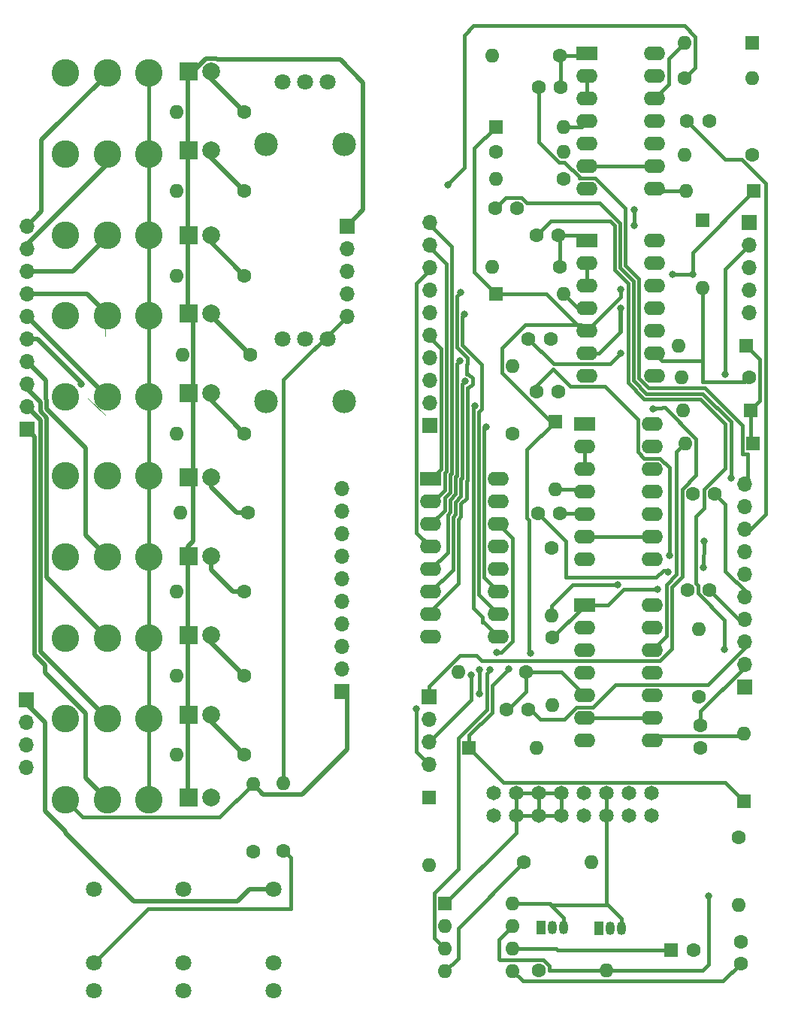
<source format=gbr>
%TF.GenerationSoftware,KiCad,Pcbnew,7.0.9-7.0.9~ubuntu22.04.1*%
%TF.CreationDate,2024-01-18T19:04:47-05:00*%
%TF.ProjectId,deca-ring-counter,64656361-2d72-4696-9e67-2d636f756e74,rev?*%
%TF.SameCoordinates,Original*%
%TF.FileFunction,Copper,L1,Top*%
%TF.FilePolarity,Positive*%
%FSLAX46Y46*%
G04 Gerber Fmt 4.6, Leading zero omitted, Abs format (unit mm)*
G04 Created by KiCad (PCBNEW 7.0.9-7.0.9~ubuntu22.04.1) date 2024-01-18 19:04:47*
%MOMM*%
%LPD*%
G01*
G04 APERTURE LIST*
%TA.AperFunction,ComponentPad*%
%ADD10R,1.050000X1.500000*%
%TD*%
%TA.AperFunction,ComponentPad*%
%ADD11O,1.050000X1.500000*%
%TD*%
%TA.AperFunction,ComponentPad*%
%ADD12C,1.600000*%
%TD*%
%TA.AperFunction,ComponentPad*%
%ADD13O,1.600000X1.600000*%
%TD*%
%TA.AperFunction,ComponentPad*%
%ADD14C,2.000000*%
%TD*%
%TA.AperFunction,ComponentPad*%
%ADD15R,2.000000X2.000000*%
%TD*%
%TA.AperFunction,ComponentPad*%
%ADD16R,1.600000X1.600000*%
%TD*%
%TA.AperFunction,ComponentPad*%
%ADD17C,1.800000*%
%TD*%
%TA.AperFunction,ComponentPad*%
%ADD18C,3.100000*%
%TD*%
%TA.AperFunction,ComponentPad*%
%ADD19R,1.700000X1.700000*%
%TD*%
%TA.AperFunction,ComponentPad*%
%ADD20O,1.700000X1.700000*%
%TD*%
%TA.AperFunction,ComponentPad*%
%ADD21R,2.400000X1.600000*%
%TD*%
%TA.AperFunction,ComponentPad*%
%ADD22O,2.400000X1.600000*%
%TD*%
%TA.AperFunction,ComponentPad*%
%ADD23C,2.667000*%
%TD*%
%TA.AperFunction,ComponentPad*%
%ADD24C,1.803400*%
%TD*%
%TA.AperFunction,ComponentPad*%
%ADD25C,1.651000*%
%TD*%
%TA.AperFunction,ViaPad*%
%ADD26C,0.800000*%
%TD*%
%TA.AperFunction,Conductor*%
%ADD27C,0.400000*%
%TD*%
%TA.AperFunction,Conductor*%
%ADD28C,0.500000*%
%TD*%
%TA.AperFunction,Conductor*%
%ADD29C,0.000000*%
%TD*%
G04 APERTURE END LIST*
D10*
%TO.P,Q2,1,C*%
%TO.N,/Circuit panel/trigger reset*%
X144730000Y-141060000D03*
D11*
%TO.P,Q2,2,B*%
%TO.N,/Circuit panel/reset in*%
X146000000Y-141060000D03*
%TO.P,Q2,3,E*%
%TO.N,+5V*%
X147270000Y-141060000D03*
%TD*%
D12*
%TO.P,R8,1*%
%TO.N,Net-(D11-K)*%
X136290000Y-133600000D03*
D13*
%TO.P,R8,2*%
%TO.N,GND*%
X143910000Y-133600000D03*
%TD*%
D12*
%TO.P,R6,1*%
%TO.N,Net-(U6E-I)*%
X162000000Y-53900000D03*
D13*
%TO.P,R6,2*%
%TO.N,GND*%
X154380000Y-53900000D03*
%TD*%
D12*
%TO.P,C8,1*%
%TO.N,Net-(D22-A)*%
X136793000Y-74616000D03*
%TO.P,C8,2*%
%TO.N,GND*%
X139293000Y-74616000D03*
%TD*%
D14*
%TO.P,D20,2,A*%
%TO.N,Net-(D20-A)*%
X101055000Y-116995000D03*
D15*
%TO.P,D20,1,K*%
%TO.N,/Front Panel/Ground*%
X98515000Y-116995000D03*
%TD*%
D16*
%TO.P,D5,1,K*%
%TO.N,Net-(D1-K)*%
X161810000Y-82700000D03*
D13*
%TO.P,D5,2,A*%
%TO.N,Net-(D5-A)*%
X154190000Y-82700000D03*
%TD*%
D12*
%TO.P,R7,1*%
%TO.N,Net-(U3A-I)*%
X140349000Y-66488000D03*
D13*
%TO.P,R7,2*%
%TO.N,GND*%
X132729000Y-66488000D03*
%TD*%
D16*
%TO.P,D22,1,K*%
%TO.N,Net-(D22-K)*%
X156400000Y-61300000D03*
D13*
%TO.P,D22,2,A*%
%TO.N,Net-(D22-A)*%
X156400000Y-68920000D03*
%TD*%
D12*
%TO.P,C12,1*%
%TO.N,Net-(U8C-I)*%
X140350000Y-94300000D03*
%TO.P,C12,2*%
%TO.N,/Circuit panel/trigger step 5*%
X137850000Y-94300000D03*
%TD*%
D13*
%TO.P,R22,2*%
%TO.N,/Front Panel/Trigger_9*%
X97158860Y-121514000D03*
D12*
%TO.P,R22,1*%
%TO.N,Net-(D20-A)*%
X104778860Y-121514000D03*
%TD*%
D17*
%TO.P,J1,3*%
%TO.N,/Front Panel/clock in*%
X87810000Y-136657000D03*
%TO.P,J1,2*%
%TO.N,Net-(J1-Pad2)*%
X87810000Y-144957000D03*
%TO.P,J1,1*%
%TO.N,/Front Panel/Ground*%
X87810000Y-148057000D03*
%TD*%
D16*
%TO.P,D11,1,K*%
%TO.N,Net-(D11-K)*%
X125600000Y-126290000D03*
D13*
%TO.P,D11,2,A*%
%TO.N,Net-(D11-A)*%
X125600000Y-133910000D03*
%TD*%
D14*
%TO.P,D15,2,A*%
%TO.N,Net-(D15-A)*%
X101055000Y-71811252D03*
D15*
%TO.P,D15,1,K*%
%TO.N,/Front Panel/Ground*%
X98515000Y-71811252D03*
%TD*%
D13*
%TO.P,R19,2*%
%TO.N,/Front Panel/Trigger_6*%
X97569000Y-94209000D03*
D12*
%TO.P,R19,1*%
%TO.N,Net-(D17-A)*%
X105189000Y-94209000D03*
%TD*%
D13*
%TO.P,R20,2*%
%TO.N,/Front Panel/Trigger_7*%
X97158860Y-103099000D03*
D12*
%TO.P,R20,1*%
%TO.N,Net-(D18-A)*%
X104778860Y-103099000D03*
%TD*%
D16*
%TO.P,D7,1,K*%
%TO.N,Net-(D1-K)*%
X130090000Y-120700000D03*
D13*
%TO.P,D7,2,A*%
%TO.N,Net-(D7-A)*%
X137710000Y-120700000D03*
%TD*%
D18*
%TO.P,SW4,3,C*%
%TO.N,/Front Panel/Reset Trigger*%
X94058860Y-72057000D03*
%TO.P,SW4,2,B*%
%TO.N,/Front Panel/Step_4*%
X89358860Y-72057000D03*
%TO.P,SW4,1,A*%
%TO.N,/Front Panel/Trigger_4*%
X84658860Y-72057000D03*
%TD*%
%TO.P,SW1,3,C*%
%TO.N,/Front Panel/Reset Trigger*%
X94058860Y-44679000D03*
%TO.P,SW1,2,B*%
%TO.N,/Front Panel/Step_1*%
X89358860Y-44679000D03*
%TO.P,SW1,1,A*%
%TO.N,/Front Panel/Trigger_1*%
X84658860Y-44679000D03*
%TD*%
D14*
%TO.P,D12,2,A*%
%TO.N,Net-(D12-A)*%
X101055000Y-44527000D03*
D15*
%TO.P,D12,1,K*%
%TO.N,/Front Panel/Ground*%
X98515000Y-44527000D03*
%TD*%
D16*
%TO.P,D10,1,K*%
%TO.N,Net-(D1-K)*%
X133110000Y-69536000D03*
D13*
%TO.P,D10,2,A*%
%TO.N,Net-(D10-A)*%
X140730000Y-69536000D03*
%TD*%
D14*
%TO.P,D19,2,A*%
%TO.N,Net-(D19-A)*%
X101055000Y-108027000D03*
D15*
%TO.P,D19,1,K*%
%TO.N,/Front Panel/Ground*%
X98515000Y-108027000D03*
%TD*%
D17*
%TO.P,J2,3*%
%TO.N,/Front Panel/Reset In*%
X97960000Y-136657000D03*
%TO.P,J2,2*%
%TO.N,unconnected-(J2-Pad2)*%
X97960000Y-144957000D03*
%TO.P,J2,1*%
%TO.N,/Front Panel/Ground*%
X97960000Y-148057000D03*
%TD*%
D12*
%TO.P,R2,1*%
%TO.N,Net-(U6A-I)*%
X140310000Y-42700000D03*
D13*
%TO.P,R2,2*%
%TO.N,GND*%
X132690000Y-42700000D03*
%TD*%
D19*
%TO.P,J5,1,Pin_1*%
%TO.N,/Circuit panel/gate_out*%
X125590000Y-114927531D03*
D20*
%TO.P,J5,2,Pin_2*%
%TO.N,/Circuit panel/trigger reset*%
X125590000Y-117467531D03*
%TO.P,J5,3,Pin_3*%
%TO.N,/Circuit panel/reset in*%
X125590000Y-120007531D03*
%TO.P,J5,4,Pin_4*%
%TO.N,/Circuit panel/clock in*%
X125590000Y-122547531D03*
%TD*%
D18*
%TO.P,SW8,3,C*%
%TO.N,/Front Panel/Reset Trigger*%
X94058860Y-108319500D03*
%TO.P,SW8,2,B*%
%TO.N,/Front Panel/Step_8*%
X89358860Y-108319500D03*
%TO.P,SW8,1,A*%
%TO.N,/Front Panel/Trigger_8*%
X84658860Y-108319500D03*
%TD*%
D21*
%TO.P,U3,1,I*%
%TO.N,Net-(U3A-I)*%
X143400000Y-63560000D03*
D22*
%TO.P,U3,2,O*%
%TO.N,Net-(U3A-O)*%
X143400000Y-66100000D03*
%TO.P,U3,3,I*%
X143400000Y-68640000D03*
%TO.P,U3,4,O*%
%TO.N,Net-(D10-A)*%
X143400000Y-71180000D03*
%TO.P,U3,5,I*%
%TO.N,Net-(D1-K)*%
X143400000Y-73720000D03*
%TO.P,U3,6,O*%
%TO.N,Net-(D22-K)*%
X143400000Y-76260000D03*
%TO.P,U3,7,VSS*%
%TO.N,+5V*%
X143400000Y-78800000D03*
%TO.P,U3,8,O*%
%TO.N,/Circuit panel/gate_out*%
X151020000Y-78800000D03*
%TO.P,U3,9,I*%
%TO.N,Net-(D22-A)*%
X151020000Y-76260000D03*
%TO.P,U3,10*%
%TO.N,N/C*%
X151020000Y-73720000D03*
%TO.P,U3,11*%
X151020000Y-71180000D03*
%TO.P,U3,12*%
X151020000Y-68640000D03*
%TO.P,U3,13*%
X151020000Y-66100000D03*
%TO.P,U3,14,VDD*%
%TO.N,GND*%
X151020000Y-63560000D03*
%TD*%
D19*
%TO.P,J10,1,Pin_1*%
%TO.N,/Circuit panel/trigger step 10*%
X161180000Y-113891643D03*
D20*
%TO.P,J10,2,Pin_2*%
%TO.N,/Circuit panel/trigger step 9*%
X161180000Y-111351643D03*
%TO.P,J10,3,Pin_3*%
%TO.N,/Circuit panel/trigger step 8*%
X161180000Y-108811643D03*
%TO.P,J10,4,Pin_4*%
%TO.N,/Circuit panel/trigger step 7*%
X161180000Y-106271643D03*
%TO.P,J10,5,Pin_5*%
%TO.N,/Circuit panel/trigger step 6*%
X161180000Y-103731643D03*
%TO.P,J10,6,Pin_6*%
%TO.N,/Circuit panel/trigger step 5*%
X161180000Y-101191643D03*
%TO.P,J10,7,Pin_7*%
%TO.N,/Circuit panel/trigger step 4*%
X161180000Y-98651643D03*
%TO.P,J10,8,Pin_8*%
%TO.N,/Circuit panel/trigger step 3*%
X161180000Y-96111643D03*
%TO.P,J10,9,Pin_9*%
%TO.N,/Circuit panel/trigger step 2*%
X161180000Y-93571643D03*
%TO.P,J10,10,Pin_10*%
%TO.N,/Circuit panel/trigger step 1*%
X161180000Y-91031643D03*
%TD*%
D12*
%TO.P,C3,1*%
%TO.N,Net-(U1E-I)*%
X156200000Y-120700000D03*
%TO.P,C3,2*%
%TO.N,/Circuit panel/trigger step 9*%
X156200000Y-118200000D03*
%TD*%
D14*
%TO.P,D18,2,A*%
%TO.N,Net-(D18-A)*%
X101055000Y-99137000D03*
D15*
%TO.P,D18,1,K*%
%TO.N,/Front Panel/Ground*%
X98515000Y-99137000D03*
%TD*%
D12*
%TO.P,C2,1*%
%TO.N,Net-(U6A-I)*%
X140434000Y-46312000D03*
%TO.P,C2,2*%
%TO.N,/Circuit panel/trigger step 1*%
X137934000Y-46312000D03*
%TD*%
D13*
%TO.P,R23,2*%
%TO.N,/Front Panel/Trigger_10*%
X105758860Y-124769000D03*
D12*
%TO.P,R23,1*%
%TO.N,Net-(D21-A)*%
X105758860Y-132389000D03*
%TD*%
D19*
%TO.P,J8,1,Pin_1*%
%TO.N,/Circuit panel/step 10*%
X125700000Y-84371643D03*
D20*
%TO.P,J8,2,Pin_2*%
%TO.N,/Circuit panel/step 9*%
X125700000Y-81831643D03*
%TO.P,J8,3,Pin_3*%
%TO.N,/Circuit panel/step 8*%
X125700000Y-79291643D03*
%TO.P,J8,4,Pin_4*%
%TO.N,/Circuit panel/step 7*%
X125700000Y-76751643D03*
%TO.P,J8,5,Pin_5*%
%TO.N,/Circuit panel/step 6*%
X125700000Y-74211643D03*
%TO.P,J8,6,Pin_6*%
%TO.N,/Circuit panel/step 5*%
X125700000Y-71671643D03*
%TO.P,J8,7,Pin_7*%
%TO.N,/Circuit panel/step 4*%
X125700000Y-69131643D03*
%TO.P,J8,8,Pin_8*%
%TO.N,/Circuit panel/step 3*%
X125700000Y-66591643D03*
%TO.P,J8,9,Pin_9*%
%TO.N,/Circuit panel/step 2*%
X125700000Y-64051643D03*
%TO.P,J8,10,Pin_10*%
%TO.N,/Circuit panel/step 1*%
X125700000Y-61511643D03*
%TD*%
D16*
%TO.P,D2,1,K*%
%TO.N,Net-(D1-K)*%
X162210000Y-58000000D03*
D13*
%TO.P,D2,2,A*%
%TO.N,Net-(D2-A)*%
X154590000Y-58000000D03*
%TD*%
D16*
%TO.P,D1,1,K*%
%TO.N,Net-(D1-K)*%
X133110000Y-50740000D03*
D13*
%TO.P,D1,2,A*%
%TO.N,Net-(D1-A)*%
X140730000Y-50740000D03*
%TD*%
D18*
%TO.P,SW6,3,C*%
%TO.N,/Front Panel/Reset Trigger*%
X94058860Y-90067500D03*
%TO.P,SW6,2,B*%
%TO.N,/Front Panel/Step_6*%
X89358860Y-90067500D03*
%TO.P,SW6,1,A*%
%TO.N,/Front Panel/Trigger_6*%
X84658860Y-90067500D03*
%TD*%
D12*
%TO.P,C4,1*%
%TO.N,Net-(U6C-I)*%
X135534000Y-59962000D03*
%TO.P,C4,2*%
%TO.N,/Circuit panel/trigger step 2*%
X133034000Y-59962000D03*
%TD*%
D18*
%TO.P,SW3,3,C*%
%TO.N,/Front Panel/Reset Trigger*%
X94058860Y-62931000D03*
%TO.P,SW3,2,B*%
%TO.N,/Front Panel/Step_3*%
X89358860Y-62931000D03*
%TO.P,SW3,1,A*%
%TO.N,/Front Panel/Trigger_3*%
X84658860Y-62931000D03*
%TD*%
D13*
%TO.P,R15,2*%
%TO.N,/Front Panel/Trigger_2*%
X97158860Y-58014000D03*
D12*
%TO.P,R15,1*%
%TO.N,Net-(D13-A)*%
X104778860Y-58014000D03*
%TD*%
D13*
%TO.P,R16,2*%
%TO.N,/Front Panel/Trigger_3*%
X97158860Y-67539000D03*
D12*
%TO.P,R16,1*%
%TO.N,Net-(D14-A)*%
X104778860Y-67539000D03*
%TD*%
D14*
%TO.P,D17,2,A*%
%TO.N,Net-(D17-A)*%
X101055000Y-90247000D03*
D15*
%TO.P,D17,1,K*%
%TO.N,/Front Panel/Ground*%
X98515000Y-90247000D03*
%TD*%
D18*
%TO.P,SW7,3,C*%
%TO.N,/Front Panel/Reset Trigger*%
X94058860Y-99193500D03*
%TO.P,SW7,2,B*%
%TO.N,/Front Panel/Step_7*%
X89358860Y-99193500D03*
%TO.P,SW7,1,A*%
%TO.N,/Front Panel/Trigger_7*%
X84658860Y-99193500D03*
%TD*%
D16*
%TO.P,U4,1,GND*%
%TO.N,GND*%
X127420000Y-138247531D03*
D13*
%TO.P,U4,2,TR*%
%TO.N,/Circuit panel/clock rate 2*%
X127420000Y-140787531D03*
%TO.P,U4,3,Q*%
%TO.N,Net-(U2-CLK)*%
X127420000Y-143327531D03*
%TO.P,U4,4,R*%
%TO.N,Net-(D11-K)*%
X127420000Y-145867531D03*
%TO.P,U4,5,CV*%
%TO.N,Net-(U4-CV)*%
X135040000Y-145867531D03*
%TO.P,U4,6,THR*%
%TO.N,/Circuit panel/clock rate 2*%
X135040000Y-143327531D03*
%TO.P,U4,7,DIS*%
%TO.N,/Circuit panel/clock rate 1*%
X135040000Y-140787531D03*
%TO.P,U4,8,VCC*%
%TO.N,+5V*%
X135040000Y-138247531D03*
%TD*%
D17*
%TO.P,J3,3*%
%TO.N,/Front Panel/Gate out*%
X108110000Y-136657000D03*
%TO.P,J3,2*%
%TO.N,unconnected-(J3-Pad2)*%
X108110000Y-144957000D03*
%TO.P,J3,1*%
%TO.N,/Front Panel/Ground*%
X108110000Y-148057000D03*
%TD*%
D18*
%TO.P,SW9,3,C*%
%TO.N,/Front Panel/Reset Trigger*%
X94058860Y-117445500D03*
%TO.P,SW9,2,B*%
%TO.N,/Front Panel/Step_9*%
X89358860Y-117445500D03*
%TO.P,SW9,1,A*%
%TO.N,/Front Panel/Trigger_9*%
X84658860Y-117445500D03*
%TD*%
D23*
%TO.P,RV2,5*%
%TO.N,N/C*%
X107255000Y-52729000D03*
%TO.P,RV2,4*%
X116043400Y-52729000D03*
D24*
%TO.P,RV2,3,3*%
%TO.N,unconnected-(RV2-Pad3)*%
X109109200Y-45718600D03*
%TO.P,RV2,2,2*%
%TO.N,/Front Panel/clock rate 2*%
X111649200Y-45718600D03*
%TO.P,RV2,1,1*%
%TO.N,/Front Panel/clock rate 1*%
X114189200Y-45718600D03*
%TD*%
D12*
%TO.P,C10,1*%
%TO.N,Net-(U8A-I)*%
X140184000Y-80612000D03*
%TO.P,C10,2*%
%TO.N,/Circuit panel/trigger step 4*%
X137684000Y-80612000D03*
%TD*%
D21*
%TO.P,U2,1,Q5*%
%TO.N,/Circuit panel/step 6*%
X125800000Y-90440000D03*
D22*
%TO.P,U2,2,Q1*%
%TO.N,/Circuit panel/step 2*%
X125800000Y-92980000D03*
%TO.P,U2,3,Q0*%
%TO.N,/Circuit panel/step 1*%
X125800000Y-95520000D03*
%TO.P,U2,4,Q2*%
%TO.N,/Circuit panel/step 3*%
X125800000Y-98060000D03*
%TO.P,U2,5,Q6*%
%TO.N,/Circuit panel/step 7*%
X125800000Y-100600000D03*
%TO.P,U2,6,Q7*%
%TO.N,/Circuit panel/step 8*%
X125800000Y-103140000D03*
%TO.P,U2,7,Q3*%
%TO.N,/Circuit panel/step 4*%
X125800000Y-105680000D03*
%TO.P,U2,8,VSS*%
%TO.N,GND*%
X125800000Y-108220000D03*
%TO.P,U2,9,Q8*%
%TO.N,/Circuit panel/step 9*%
X133420000Y-108220000D03*
%TO.P,U2,10,Q4*%
%TO.N,/Circuit panel/step 5*%
X133420000Y-105680000D03*
%TO.P,U2,11,Q9*%
%TO.N,/Circuit panel/step 10*%
X133420000Y-103140000D03*
%TO.P,U2,12,Cout*%
%TO.N,unconnected-(U2-Cout-Pad12)*%
X133420000Y-100600000D03*
%TO.P,U2,13,CKEN*%
%TO.N,GND*%
X133420000Y-98060000D03*
%TO.P,U2,14,CLK*%
%TO.N,Net-(U2-CLK)*%
X133420000Y-95520000D03*
%TO.P,U2,15,Reset*%
%TO.N,/Circuit panel/trigger reset*%
X133420000Y-92980000D03*
%TO.P,U2,16,VDD*%
%TO.N,+5V*%
X133420000Y-90440000D03*
%TD*%
D10*
%TO.P,Q1,1,C*%
%TO.N,Net-(D11-A)*%
X138230000Y-140960000D03*
D11*
%TO.P,Q1,2,B*%
%TO.N,/Circuit panel/clock in*%
X139500000Y-140960000D03*
%TO.P,Q1,3,E*%
%TO.N,+5V*%
X140770000Y-140960000D03*
%TD*%
D12*
%TO.P,C6,1*%
%TO.N,Net-(U6E-I)*%
X157150000Y-50100000D03*
%TO.P,C6,2*%
%TO.N,/Circuit panel/trigger step 3*%
X154650000Y-50100000D03*
%TD*%
%TO.P,R24,1*%
%TO.N,+5V*%
X137990000Y-145800000D03*
D13*
%TO.P,R24,2*%
%TO.N,/Circuit panel/clock rate 1*%
X145610000Y-145800000D03*
%TD*%
D12*
%TO.P,R3,1*%
%TO.N,Net-(U1E-I)*%
X156000000Y-114920000D03*
D13*
%TO.P,R3,2*%
%TO.N,GND*%
X156000000Y-107300000D03*
%TD*%
D18*
%TO.P,SW2,3,C*%
%TO.N,/Front Panel/Reset Trigger*%
X94058860Y-53805000D03*
%TO.P,SW2,2,B*%
%TO.N,/Front Panel/Step2*%
X89358860Y-53805000D03*
%TO.P,SW2,1,A*%
%TO.N,/Front Panel/Trigger_2*%
X84658860Y-53805000D03*
%TD*%
D12*
%TO.P,R1,1*%
%TO.N,Net-(U1A-I)*%
X139500000Y-108290000D03*
D13*
%TO.P,R1,2*%
%TO.N,GND*%
X139500000Y-115910000D03*
%TD*%
%TO.P,R14,2*%
%TO.N,/Front Panel/Trigger_1*%
X97158860Y-49124000D03*
D12*
%TO.P,R14,1*%
%TO.N,Net-(D12-A)*%
X104778860Y-49124000D03*
%TD*%
%TO.P,R13,1*%
%TO.N,/Circuit panel/reset in*%
X133110000Y-53534000D03*
D13*
%TO.P,R13,2*%
%TO.N,GND*%
X140730000Y-53534000D03*
%TD*%
D16*
%TO.P,D6,1,K*%
%TO.N,Net-(D1-K)*%
X161320000Y-75400000D03*
D13*
%TO.P,D6,2,A*%
%TO.N,Net-(D6-A)*%
X153700000Y-75400000D03*
%TD*%
%TO.P,R18,2*%
%TO.N,/Front Panel/Trigger_5*%
X97158860Y-85319000D03*
D12*
%TO.P,R18,1*%
%TO.N,Net-(D16-A)*%
X104778860Y-85319000D03*
%TD*%
%TO.P,R10,1*%
%TO.N,Net-(U8A-I)*%
X135034000Y-85362000D03*
D13*
%TO.P,R10,2*%
%TO.N,GND*%
X135034000Y-77742000D03*
%TD*%
D16*
%TO.P,D3,1,K*%
%TO.N,Net-(D1-K)*%
X162010000Y-41300000D03*
D13*
%TO.P,D3,2,A*%
%TO.N,Net-(D3-A)*%
X154390000Y-41300000D03*
%TD*%
D12*
%TO.P,R5,1*%
%TO.N,Net-(U1C-I)*%
X136510000Y-112200000D03*
D13*
%TO.P,R5,2*%
%TO.N,GND*%
X128890000Y-112200000D03*
%TD*%
D12*
%TO.P,R4,1*%
%TO.N,Net-(U6C-I)*%
X140754000Y-56582000D03*
D13*
%TO.P,R4,2*%
%TO.N,GND*%
X133134000Y-56582000D03*
%TD*%
D14*
%TO.P,D13,2,A*%
%TO.N,Net-(D13-A)*%
X101055000Y-53417000D03*
D15*
%TO.P,D13,1,K*%
%TO.N,/Front Panel/Ground*%
X98515000Y-53417000D03*
%TD*%
D12*
%TO.P,C7,1*%
%TO.N,Net-(U3A-I)*%
X140184000Y-63012000D03*
%TO.P,C7,2*%
%TO.N,/Circuit panel/trigger step 10*%
X137684000Y-63012000D03*
%TD*%
%TO.P,C13,1*%
%TO.N,Net-(U4-CV)*%
X160700000Y-145050000D03*
%TO.P,C13,2*%
%TO.N,GND*%
X160700000Y-142550000D03*
%TD*%
%TO.P,R25,1*%
%TO.N,Net-(D22-A)*%
X161700000Y-79000000D03*
D13*
%TO.P,R25,2*%
%TO.N,/Circuit panel/gate length*%
X154080000Y-79000000D03*
%TD*%
D14*
%TO.P,D14,2,A*%
%TO.N,Net-(D14-A)*%
X101055000Y-62942000D03*
D15*
%TO.P,D14,1,K*%
%TO.N,/Front Panel/Ground*%
X98515000Y-62942000D03*
%TD*%
D23*
%TO.P,RV1,5*%
%TO.N,N/C*%
X107255000Y-81685000D03*
%TO.P,RV1,4*%
X116043400Y-81685000D03*
D24*
%TO.P,RV1,3,3*%
%TO.N,unconnected-(RV1-Pad3)*%
X109109200Y-74674600D03*
%TO.P,RV1,2,2*%
%TO.N,/Front Panel/gate length*%
X111649200Y-74674600D03*
%TO.P,RV1,1,1*%
%TO.N,/Front Panel/5v*%
X114189200Y-74674600D03*
%TD*%
D13*
%TO.P,R26,2*%
%TO.N,/Front Panel/5v*%
X109188860Y-124685112D03*
D12*
%TO.P,R26,1*%
%TO.N,Net-(J1-Pad2)*%
X109188860Y-132305112D03*
%TD*%
D13*
%TO.P,R17,2*%
%TO.N,/Front Panel/Trigger_4*%
X97793860Y-76429000D03*
D12*
%TO.P,R17,1*%
%TO.N,Net-(D15-A)*%
X105413860Y-76429000D03*
%TD*%
D18*
%TO.P,SW5,3,C*%
%TO.N,/Front Panel/Reset Trigger*%
X94058860Y-81183000D03*
%TO.P,SW5,2,B*%
%TO.N,/Front Panel/Step_5*%
X89358860Y-81183000D03*
%TO.P,SW5,1,A*%
%TO.N,/Front Panel/Trigger_5*%
X84658860Y-81183000D03*
%TD*%
%TO.P,SW10,3,C*%
%TO.N,/Front Panel/Reset Trigger*%
X94058860Y-126571500D03*
%TO.P,SW10,2,B*%
%TO.N,/Front Panel/Step_10*%
X89358860Y-126571500D03*
%TO.P,SW10,1,A*%
%TO.N,/Front Panel/Trigger_10*%
X84658860Y-126571500D03*
%TD*%
D14*
%TO.P,D16,2,A*%
%TO.N,Net-(D16-A)*%
X101055000Y-80722000D03*
D15*
%TO.P,D16,1,K*%
%TO.N,/Front Panel/Ground*%
X98515000Y-80722000D03*
%TD*%
D19*
%TO.P,J9,1,Pin_1*%
%TO.N,GND*%
X161710000Y-61539531D03*
D20*
%TO.P,J9,2,Pin_2*%
%TO.N,/Circuit panel/clock rate 1*%
X161710000Y-64079531D03*
%TO.P,J9,3,Pin_3*%
%TO.N,/Circuit panel/clock rate 2*%
X161710000Y-66619531D03*
%TO.P,J9,4,Pin_4*%
%TO.N,/Circuit panel/gate length*%
X161710000Y-69159531D03*
%TO.P,J9,5,Pin_5*%
%TO.N,+5V*%
X161710000Y-71699531D03*
%TD*%
D16*
%TO.P,D8,1,K*%
%TO.N,Net-(D1-K)*%
X161100000Y-126700000D03*
D13*
%TO.P,D8,2,A*%
%TO.N,Net-(D8-A)*%
X161100000Y-119080000D03*
%TD*%
D12*
%TO.P,C5,1*%
%TO.N,Net-(U1C-I)*%
X134300000Y-116400000D03*
%TO.P,C5,2*%
%TO.N,/Circuit panel/trigger step 8*%
X136800000Y-116400000D03*
%TD*%
%TO.P,R12,1*%
%TO.N,Net-(U8C-I)*%
X139400000Y-98190000D03*
D13*
%TO.P,R12,2*%
%TO.N,GND*%
X139400000Y-105810000D03*
%TD*%
D12*
%TO.P,C11,1*%
%TO.N,Net-(U8E-I)*%
X155300000Y-92100000D03*
%TO.P,C11,2*%
%TO.N,/Circuit panel/trigger step 6*%
X157800000Y-92100000D03*
%TD*%
%TO.P,R11,1*%
%TO.N,Net-(U8E-I)*%
X160500000Y-130790000D03*
D13*
%TO.P,R11,2*%
%TO.N,GND*%
X160500000Y-138410000D03*
%TD*%
%TO.P,R21,2*%
%TO.N,/Front Panel/Trigger_8*%
X97158860Y-112624000D03*
D12*
%TO.P,R21,1*%
%TO.N,Net-(D19-A)*%
X104778860Y-112624000D03*
%TD*%
D16*
%TO.P,D4,1,K*%
%TO.N,Net-(D1-K)*%
X139820000Y-83930000D03*
D13*
%TO.P,D4,2,A*%
%TO.N,Net-(D4-A)*%
X139820000Y-91550000D03*
%TD*%
D21*
%TO.P,U1,1,I*%
%TO.N,Net-(U1A-I)*%
X143100000Y-104600000D03*
D22*
%TO.P,U1,2,O*%
%TO.N,Net-(U1A-O)*%
X143100000Y-107140000D03*
%TO.P,U1,3,I*%
X143100000Y-109680000D03*
%TO.P,U1,4,O*%
%TO.N,Net-(D7-A)*%
X143100000Y-112220000D03*
%TO.P,U1,5,I*%
%TO.N,Net-(U1C-I)*%
X143100000Y-114760000D03*
%TO.P,U1,6,O*%
%TO.N,Net-(U1C-O)*%
X143100000Y-117300000D03*
%TO.P,U1,7,VSS*%
%TO.N,+5V*%
X143100000Y-119840000D03*
%TO.P,U1,8,O*%
%TO.N,Net-(D8-A)*%
X150720000Y-119840000D03*
%TO.P,U1,9,I*%
%TO.N,Net-(U1C-O)*%
X150720000Y-117300000D03*
%TO.P,U1,10,O*%
%TO.N,Net-(U1E-O)*%
X150720000Y-114760000D03*
%TO.P,U1,11,I*%
%TO.N,Net-(U1E-I)*%
X150720000Y-112220000D03*
%TO.P,U1,12,O*%
%TO.N,Net-(D9-A)*%
X150720000Y-109680000D03*
%TO.P,U1,13,I*%
%TO.N,Net-(U1E-O)*%
X150720000Y-107140000D03*
%TO.P,U1,14,VDD*%
%TO.N,GND*%
X150720000Y-104600000D03*
%TD*%
D21*
%TO.P,U8,1,I*%
%TO.N,Net-(U8A-I)*%
X143100000Y-84200000D03*
D22*
%TO.P,U8,2,O*%
%TO.N,Net-(U8A-O)*%
X143100000Y-86740000D03*
%TO.P,U8,3,I*%
X143100000Y-89280000D03*
%TO.P,U8,4,O*%
%TO.N,Net-(D4-A)*%
X143100000Y-91820000D03*
%TO.P,U8,5,I*%
%TO.N,Net-(U8C-I)*%
X143100000Y-94360000D03*
%TO.P,U8,6,O*%
%TO.N,Net-(U8C-O)*%
X143100000Y-96900000D03*
%TO.P,U8,7,VSS*%
%TO.N,+5V*%
X143100000Y-99440000D03*
%TO.P,U8,8,O*%
%TO.N,Net-(D5-A)*%
X150720000Y-99440000D03*
%TO.P,U8,9,I*%
%TO.N,Net-(U8C-O)*%
X150720000Y-96900000D03*
%TO.P,U8,10,O*%
%TO.N,Net-(U8E-O)*%
X150720000Y-94360000D03*
%TO.P,U8,11,I*%
%TO.N,Net-(U8E-I)*%
X150720000Y-91820000D03*
%TO.P,U8,12,O*%
%TO.N,Net-(D6-A)*%
X150720000Y-89280000D03*
%TO.P,U8,13,I*%
%TO.N,Net-(U8E-O)*%
X150720000Y-86740000D03*
%TO.P,U8,14,VDD*%
%TO.N,GND*%
X150720000Y-84200000D03*
%TD*%
D12*
%TO.P,C1,1*%
%TO.N,Net-(U1A-I)*%
X154700000Y-102900000D03*
%TO.P,C1,2*%
%TO.N,/Circuit panel/trigger step 7*%
X157200000Y-102900000D03*
%TD*%
%TO.P,R9,1*%
%TO.N,/Circuit panel/clock in*%
X154400000Y-45300000D03*
D13*
%TO.P,R9,2*%
%TO.N,GND*%
X162020000Y-45300000D03*
%TD*%
D14*
%TO.P,D21,2,A*%
%TO.N,Net-(D21-A)*%
X101055000Y-126315000D03*
D15*
%TO.P,D21,1,K*%
%TO.N,/Front Panel/Ground*%
X98515000Y-126315000D03*
%TD*%
D21*
%TO.P,U6,1,I*%
%TO.N,Net-(U6A-I)*%
X143400000Y-42500000D03*
D22*
%TO.P,U6,2,O*%
%TO.N,Net-(U6A-O)*%
X143400000Y-45040000D03*
%TO.P,U6,3,I*%
X143400000Y-47580000D03*
%TO.P,U6,4,O*%
%TO.N,Net-(D1-A)*%
X143400000Y-50120000D03*
%TO.P,U6,5,I*%
%TO.N,Net-(U6C-I)*%
X143400000Y-52660000D03*
%TO.P,U6,6,O*%
%TO.N,Net-(U6C-O)*%
X143400000Y-55200000D03*
%TO.P,U6,7,VSS*%
%TO.N,+5V*%
X143400000Y-57740000D03*
%TO.P,U6,8,O*%
%TO.N,Net-(D2-A)*%
X151020000Y-57740000D03*
%TO.P,U6,9,I*%
%TO.N,Net-(U6C-O)*%
X151020000Y-55200000D03*
%TO.P,U6,10,O*%
%TO.N,Net-(U6E-O)*%
X151020000Y-52660000D03*
%TO.P,U6,11,I*%
%TO.N,Net-(U6E-I)*%
X151020000Y-50120000D03*
%TO.P,U6,12,O*%
%TO.N,Net-(D3-A)*%
X151020000Y-47580000D03*
%TO.P,U6,13,I*%
%TO.N,Net-(U6E-O)*%
X151020000Y-45040000D03*
%TO.P,U6,14,VDD*%
%TO.N,GND*%
X151020000Y-42500000D03*
%TD*%
D16*
%TO.P,D9,1,K*%
%TO.N,Net-(D1-K)*%
X162110000Y-86400000D03*
D13*
%TO.P,D9,2,A*%
%TO.N,Net-(D9-A)*%
X154490000Y-86400000D03*
%TD*%
D16*
%TO.P,C9,1*%
%TO.N,/Circuit panel/clock rate 2*%
X152900000Y-143500000D03*
D12*
%TO.P,C9,2*%
%TO.N,GND*%
X155400000Y-143500000D03*
%TD*%
D20*
%TO.P,J7,4,Pin_4*%
%TO.N,/Front Panel/clock in*%
X80218860Y-122941000D03*
%TO.P,J7,3,Pin_3*%
%TO.N,/Front Panel/Reset In*%
X80218860Y-120401000D03*
%TO.P,J7,2,Pin_2*%
%TO.N,/Front Panel/Reset Trigger*%
X80218860Y-117861000D03*
D19*
%TO.P,J7,1,Pin_1*%
%TO.N,/Front Panel/Gate out*%
X80218860Y-115321000D03*
%TD*%
D20*
%TO.P,J4,10,Pin_10*%
%TO.N,/Front Panel/Step_1*%
X80297000Y-61951000D03*
%TO.P,J4,9,Pin_9*%
%TO.N,/Front Panel/Step2*%
X80297000Y-64491000D03*
%TO.P,J4,8,Pin_8*%
%TO.N,/Front Panel/Step_3*%
X80297000Y-67031000D03*
%TO.P,J4,7,Pin_7*%
%TO.N,/Front Panel/Step_4*%
X80297000Y-69571000D03*
%TO.P,J4,6,Pin_6*%
%TO.N,/Front Panel/Step_5*%
X80297000Y-72111000D03*
%TO.P,J4,5,Pin_5*%
%TO.N,/Front Panel/Step_6*%
X80297000Y-74651000D03*
%TO.P,J4,4,Pin_4*%
%TO.N,/Front Panel/Step_7*%
X80297000Y-77191000D03*
%TO.P,J4,3,Pin_3*%
%TO.N,/Front Panel/Step_8*%
X80297000Y-79731000D03*
%TO.P,J4,2,Pin_2*%
%TO.N,/Front Panel/Step_9*%
X80297000Y-82271000D03*
D19*
%TO.P,J4,1,Pin_1*%
%TO.N,/Front Panel/Step_10*%
X80297000Y-84811000D03*
%TD*%
D20*
%TO.P,J11,10,Pin_10*%
%TO.N,/Front Panel/Trigger_1*%
X115808860Y-91471000D03*
%TO.P,J11,9,Pin_9*%
%TO.N,/Front Panel/Trigger_2*%
X115808860Y-94011000D03*
%TO.P,J11,8,Pin_8*%
%TO.N,/Front Panel/Trigger_3*%
X115808860Y-96551000D03*
%TO.P,J11,7,Pin_7*%
%TO.N,/Front Panel/Trigger_4*%
X115808860Y-99091000D03*
%TO.P,J11,6,Pin_6*%
%TO.N,/Front Panel/Trigger_5*%
X115808860Y-101631000D03*
%TO.P,J11,5,Pin_5*%
%TO.N,/Front Panel/Trigger_6*%
X115808860Y-104171000D03*
%TO.P,J11,4,Pin_4*%
%TO.N,/Front Panel/Trigger_7*%
X115808860Y-106711000D03*
%TO.P,J11,3,Pin_3*%
%TO.N,/Front Panel/Trigger_8*%
X115808860Y-109251000D03*
%TO.P,J11,2,Pin_2*%
%TO.N,/Front Panel/Trigger_9*%
X115808860Y-111791000D03*
D19*
%TO.P,J11,1,Pin_1*%
%TO.N,/Front Panel/Trigger_10*%
X115808860Y-114331000D03*
%TD*%
D20*
%TO.P,J6,5,Pin_5*%
%TO.N,/Front Panel/5v*%
X116338860Y-72093000D03*
%TO.P,J6,4,Pin_4*%
%TO.N,/Front Panel/gate length*%
X116338860Y-69553000D03*
%TO.P,J6,3,Pin_3*%
%TO.N,/Front Panel/clock rate 1*%
X116338860Y-67013000D03*
%TO.P,J6,2,Pin_2*%
%TO.N,/Front Panel/clock rate 2*%
X116338860Y-64473000D03*
D19*
%TO.P,J6,1,Pin_1*%
%TO.N,/Front Panel/Ground*%
X116338860Y-61933000D03*
%TD*%
D25*
%TO.P,H2,1,Gate*%
%TO.N,unconnected-(H2-Gate-Pad1)*%
X150660000Y-128340000D03*
%TO.P,H2,2,Gate*%
%TO.N,unconnected-(H2-Gate-Pad2)*%
X150660000Y-125800000D03*
%TO.P,H2,3,CV*%
%TO.N,unconnected-(H2-CV-Pad3)*%
X148120000Y-128340000D03*
%TO.P,H2,4,CV*%
%TO.N,unconnected-(H2-CV-Pad4)*%
X148120000Y-125800000D03*
%TO.P,H2,5,+5V*%
%TO.N,+5V*%
X145580000Y-128340000D03*
%TO.P,H2,6,+5v*%
X145580000Y-125800000D03*
%TO.P,H2,7,+12V*%
%TO.N,unconnected-(H2-+12V-Pad7)*%
X143040000Y-128340000D03*
%TO.P,H2,8,+12V*%
%TO.N,unconnected-(H2-+12V-Pad8)*%
X143040000Y-125800000D03*
%TO.P,H2,9,GND*%
%TO.N,GND*%
X140500000Y-128340000D03*
%TO.P,H2,10,GND*%
X140500000Y-125800000D03*
%TO.P,H2,11,GND*%
X137960000Y-128340000D03*
%TO.P,H2,12,GND*%
X137960000Y-125800000D03*
%TO.P,H2,13,GND*%
X135420000Y-128340000D03*
%TO.P,H2,14,GND*%
X135420000Y-125800000D03*
%TO.P,H2,15,-12V*%
%TO.N,unconnected-(H2--12V-Pad15)*%
X132880000Y-128340000D03*
%TO.P,H2,16,-12V*%
%TO.N,unconnected-(H2--12V-Pad16)*%
X132880000Y-125800000D03*
%TD*%
D26*
%TO.N,Net-(D1-K)*%
X155300000Y-67400000D03*
X147200500Y-69100000D03*
X134600000Y-111800000D03*
X153000000Y-67400000D03*
X137000000Y-110080500D03*
%TO.N,/Circuit panel/clock in*%
X127700000Y-57300000D03*
X124200000Y-116300000D03*
%TO.N,/Circuit panel/trigger reset*%
X131280000Y-111911643D03*
X131280000Y-114611643D03*
%TO.N,/Circuit panel/reset in*%
X130306154Y-112485489D03*
%TO.N,Net-(U2-CLK)*%
X132500000Y-111900000D03*
X133200000Y-110000000D03*
%TO.N,/Circuit panel/clock rate 1*%
X157100000Y-137400000D03*
X156500000Y-100400000D03*
X156600000Y-97400000D03*
X159000000Y-78600000D03*
%TO.N,Net-(U1A-I)*%
X151380000Y-102811643D03*
%TO.N,/Circuit panel/step 7*%
X129099500Y-77100000D03*
%TO.N,/Circuit panel/step 8*%
X129699500Y-79400000D03*
%TO.N,/Circuit panel/step 4*%
X129200000Y-69400000D03*
%TO.N,/Circuit panel/step 9*%
X130749500Y-82200000D03*
%TO.N,/Circuit panel/step 5*%
X129549500Y-71900000D03*
%TO.N,/Circuit panel/step 10*%
X132000000Y-84600000D03*
%TO.N,Net-(D22-A)*%
X147200000Y-76300000D03*
%TO.N,/Circuit panel/gate_out*%
X150800000Y-82500000D03*
%TO.N,/Circuit panel/trigger step 10*%
X158900000Y-109600000D03*
%TO.N,/Circuit panel/trigger step 4*%
X152700000Y-99000000D03*
%TO.N,/Circuit panel/trigger step 5*%
X152500000Y-100900000D03*
%TO.N,/Front Panel/Step_6*%
X86409524Y-79715562D03*
%TO.N,/Circuit panel/trigger step 2*%
X159600000Y-90300000D03*
%TO.N,GND*%
X148700000Y-60100000D03*
X148700000Y-61900000D03*
X146880000Y-102311643D03*
%TO.N,Net-(D22-K)*%
X147200500Y-71200000D03*
%TD*%
D27*
%TO.N,/Circuit panel/clock in*%
X154400000Y-45300000D02*
X155590000Y-44110000D01*
X155590000Y-44110000D02*
X155590000Y-40590000D01*
X155590000Y-40590000D02*
X154387531Y-39387531D01*
X154387531Y-39387531D02*
X130612469Y-39387531D01*
X130612469Y-39387531D02*
X129580000Y-40420000D01*
X129580000Y-40420000D02*
X129580000Y-55320000D01*
X129580000Y-55320000D02*
X127600000Y-57300000D01*
X127600000Y-57300000D02*
X127700000Y-57300000D01*
%TO.N,Net-(D1-K)*%
X143000000Y-73720000D02*
X138816000Y-69536000D01*
X155300000Y-67400000D02*
X155300000Y-64910000D01*
X133964500Y-124574500D02*
X158974500Y-124574500D01*
X136650000Y-94797057D02*
X136650000Y-87100000D01*
X142740000Y-73060000D02*
X143400000Y-73720000D01*
X158974500Y-124574500D02*
X161100000Y-126700000D01*
X138816000Y-69536000D02*
X133110000Y-69536000D01*
X132700000Y-113700000D02*
X134600000Y-111800000D01*
X136900000Y-109980500D02*
X136900000Y-95047057D01*
X161810000Y-86100000D02*
X162110000Y-86400000D01*
X136650000Y-87100000D02*
X139820000Y-83930000D01*
X130090000Y-120700000D02*
X133964500Y-124574500D01*
X133834000Y-78459057D02*
X133834000Y-75666000D01*
X147200500Y-69100000D02*
X147200500Y-69919500D01*
X139304943Y-83930000D02*
X133834000Y-78459057D01*
X130700000Y-67126000D02*
X133110000Y-69536000D01*
X130700000Y-53150000D02*
X130700000Y-67126000D01*
X143400000Y-73720000D02*
X143000000Y-73720000D01*
X136900000Y-95047057D02*
X136650000Y-94797057D01*
X134600000Y-111800000D02*
X134600000Y-111900000D01*
X136440000Y-73060000D02*
X142740000Y-73060000D01*
X132700000Y-116700000D02*
X132700000Y-113700000D01*
X161320000Y-75400000D02*
X162900000Y-76980000D01*
X153000000Y-67400000D02*
X155300000Y-67400000D01*
X162900000Y-76980000D02*
X162900000Y-81610000D01*
X161810000Y-82700000D02*
X161810000Y-86100000D01*
X133834000Y-75666000D02*
X136440000Y-73060000D01*
X130090000Y-119310000D02*
X132700000Y-116700000D01*
X137000000Y-110080500D02*
X136900000Y-109980500D01*
X139820000Y-83930000D02*
X139304943Y-83930000D01*
X162900000Y-81610000D02*
X161810000Y-82700000D01*
X130090000Y-120700000D02*
X130090000Y-119310000D01*
X147200500Y-69919500D02*
X143400000Y-73720000D01*
X133110000Y-50740000D02*
X130700000Y-53150000D01*
X155300000Y-64910000D02*
X162210000Y-58000000D01*
%TO.N,Net-(D1-A)*%
X142780000Y-50740000D02*
X143400000Y-50120000D01*
X140730000Y-50740000D02*
X142780000Y-50740000D01*
%TO.N,Net-(D2-A)*%
X151280000Y-58000000D02*
X151020000Y-57740000D01*
X154590000Y-58000000D02*
X151280000Y-58000000D01*
%TO.N,Net-(D3-A)*%
X152620000Y-45980000D02*
X151020000Y-47580000D01*
X152620000Y-43070000D02*
X152620000Y-45980000D01*
X154390000Y-41300000D02*
X152620000Y-43070000D01*
%TO.N,Net-(D4-A)*%
X139820000Y-91550000D02*
X142830000Y-91550000D01*
X142830000Y-91550000D02*
X143100000Y-91820000D01*
%TO.N,Net-(D8-A)*%
X161100000Y-119080000D02*
X160780000Y-119400000D01*
X160780000Y-119400000D02*
X151160000Y-119400000D01*
X151160000Y-119400000D02*
X150720000Y-119840000D01*
%TO.N,Net-(D9-A)*%
X153500000Y-87390000D02*
X153500000Y-101137258D01*
X154490000Y-86400000D02*
X153500000Y-87390000D01*
X152320000Y-102317258D02*
X152320000Y-108080000D01*
X153500000Y-101137258D02*
X152320000Y-102317258D01*
X152320000Y-108080000D02*
X150720000Y-109680000D01*
%TO.N,Net-(D10-A)*%
X143400000Y-71180000D02*
X142374000Y-71180000D01*
X142374000Y-71180000D02*
X140730000Y-69536000D01*
%TO.N,Net-(D11-K)*%
X136290000Y-133600000D02*
X128893839Y-140996161D01*
X128893839Y-140996161D02*
X128893839Y-144393692D01*
X128893839Y-144393692D02*
X127420000Y-145867531D01*
%TO.N,/Circuit panel/clock in*%
X127700000Y-57400000D02*
X127700000Y-57400000D01*
X124200000Y-121157531D02*
X125590000Y-122547531D01*
X124200000Y-116300000D02*
X124200000Y-121157531D01*
X127700000Y-57300000D02*
X127700000Y-57400000D01*
%TO.N,+5V*%
X147270000Y-141060000D02*
X147270000Y-139910000D01*
X145580000Y-128340000D02*
X145580000Y-125800000D01*
X140770000Y-139810000D02*
X140770000Y-140960000D01*
X135040000Y-138247531D02*
X139207531Y-138247531D01*
X139430000Y-138470000D02*
X140770000Y-139810000D01*
X145580000Y-138220000D02*
X145580000Y-128340000D01*
X145780000Y-138420000D02*
X145580000Y-138220000D01*
X139207531Y-138247531D02*
X139430000Y-138470000D01*
X145780000Y-138420000D02*
X139480000Y-138420000D01*
X147270000Y-139910000D02*
X145780000Y-138420000D01*
X139480000Y-138420000D02*
X139430000Y-138470000D01*
%TO.N,/Circuit panel/trigger reset*%
X131280000Y-114611643D02*
X131280000Y-111911643D01*
X131280000Y-111911643D02*
X131280000Y-111811643D01*
%TO.N,/Circuit panel/reset in*%
X130306154Y-115291377D02*
X125590000Y-120007531D01*
X130306154Y-112485489D02*
X130306154Y-115291377D01*
%TO.N,/Circuit panel/clock rate 2*%
X135040000Y-143327531D02*
X139935617Y-143327531D01*
X140108086Y-143500000D02*
X152900000Y-143500000D01*
X139935617Y-143327531D02*
X140108086Y-143500000D01*
%TO.N,Net-(U2-CLK)*%
X135020000Y-97120000D02*
X133420000Y-95520000D01*
X127420000Y-143327531D02*
X126220000Y-142127531D01*
X132500000Y-111900000D02*
X132400000Y-111900000D01*
X132100000Y-112300000D02*
X132500000Y-111900000D01*
X133737056Y-110000000D02*
X135020000Y-108717056D01*
X132100000Y-116400000D02*
X132100000Y-112300000D01*
X135020000Y-108717056D02*
X135020000Y-97120000D01*
X128890000Y-134377531D02*
X128890000Y-119610000D01*
X126220000Y-142127531D02*
X126220000Y-137047531D01*
X126220000Y-137047531D02*
X128890000Y-134377531D01*
X128890000Y-119610000D02*
X132100000Y-116400000D01*
X133200000Y-110000000D02*
X133737056Y-110000000D01*
%TO.N,Net-(U4-CV)*%
X136172469Y-147000000D02*
X158750000Y-147000000D01*
X135040000Y-145867531D02*
X136172469Y-147000000D01*
X158750000Y-147000000D02*
X160700000Y-145050000D01*
%TO.N,/Circuit panel/clock rate 1*%
X133500000Y-142327531D02*
X135040000Y-140787531D01*
X156400000Y-145800000D02*
X145610000Y-145800000D01*
X139190000Y-145302943D02*
X138487057Y-144600000D01*
X133600000Y-144600000D02*
X133500000Y-144500000D01*
X159000000Y-66789531D02*
X159000000Y-78600000D01*
X133500000Y-144500000D02*
X133500000Y-142327531D01*
X138487057Y-144600000D02*
X133600000Y-144600000D01*
X145610000Y-145800000D02*
X139190000Y-145800000D01*
X156500000Y-100400000D02*
X156600000Y-100300000D01*
X139190000Y-145800000D02*
X139190000Y-145302943D01*
X157100000Y-145100000D02*
X156400000Y-145800000D01*
X161710000Y-64079531D02*
X159000000Y-66789531D01*
X157100000Y-137400000D02*
X157100000Y-145100000D01*
X156600000Y-97400000D02*
X156500000Y-100400000D01*
%TO.N,Net-(U1A-I)*%
X147511371Y-102811643D02*
X151380000Y-102811643D01*
X145723014Y-104600000D02*
X147511371Y-102811643D01*
X143100000Y-104600000D02*
X145723014Y-104600000D01*
X143100000Y-104690000D02*
X143100000Y-104600000D01*
X139500000Y-108290000D02*
X143100000Y-104690000D01*
%TO.N,Net-(U1C-I)*%
X136510000Y-114390000D02*
X134500000Y-116400000D01*
X140540000Y-112200000D02*
X136510000Y-112200000D01*
X136510000Y-112200000D02*
X136510000Y-114390000D01*
X143100000Y-114760000D02*
X140540000Y-112200000D01*
%TO.N,Net-(U1C-O)*%
X143100000Y-117300000D02*
X150720000Y-117300000D01*
%TO.N,/Circuit panel/step 6*%
X126950000Y-89290000D02*
X126950000Y-75750000D01*
X126950000Y-75750000D02*
X125700000Y-74500000D01*
X125800000Y-90440000D02*
X126950000Y-89290000D01*
%TO.N,/Circuit panel/step 2*%
X126060000Y-92980000D02*
X127400000Y-91640000D01*
X125800000Y-92980000D02*
X126060000Y-92980000D01*
X127400000Y-89688528D02*
X127550000Y-89538528D01*
X127550000Y-66190000D02*
X125700000Y-64340000D01*
X127550000Y-89538528D02*
X127550000Y-66190000D01*
X127400000Y-91640000D02*
X127400000Y-89688528D01*
%TO.N,/Circuit panel/step 1*%
X127400000Y-92488528D02*
X128000000Y-91888528D01*
X125800000Y-95520000D02*
X127400000Y-93920000D01*
X127400000Y-93920000D02*
X127400000Y-92488528D01*
X128150000Y-89787056D02*
X128150000Y-64250000D01*
X128000000Y-91888528D02*
X128000000Y-89937056D01*
X128000000Y-89937056D02*
X128150000Y-89787056D01*
X128150000Y-64250000D02*
X125700000Y-61800000D01*
%TO.N,/Circuit panel/step 3*%
X125800000Y-98060000D02*
X124200000Y-96460000D01*
X124200000Y-96460000D02*
X124200000Y-68380000D01*
X124200000Y-68380000D02*
X125700000Y-66880000D01*
%TO.N,/Circuit panel/step 7*%
X128000000Y-92737056D02*
X128000000Y-94168528D01*
X128750000Y-77449500D02*
X128750000Y-90035584D01*
X127700000Y-94468528D02*
X127700000Y-98700000D01*
X127700000Y-98700000D02*
X125800000Y-100600000D01*
X128600000Y-92137056D02*
X128000000Y-92737056D01*
X128600000Y-90185584D02*
X128600000Y-92137056D01*
X128000000Y-94168528D02*
X127700000Y-94468528D01*
X128750000Y-90035584D02*
X128600000Y-90185584D01*
X129099500Y-77100000D02*
X128750000Y-77449500D01*
X129099500Y-77100000D02*
X129200000Y-77100000D01*
%TO.N,/Circuit panel/step 8*%
X129350000Y-90284112D02*
X129200000Y-90434112D01*
X128600000Y-94417056D02*
X128300000Y-94717056D01*
X129350000Y-79749500D02*
X129350000Y-90284112D01*
X129200000Y-90434112D02*
X129200000Y-92385584D01*
X128300000Y-94717056D02*
X128300000Y-100640000D01*
X128600000Y-92985584D02*
X128600000Y-94417056D01*
X129699500Y-79400000D02*
X129350000Y-79749500D01*
X129200000Y-92385584D02*
X128600000Y-92985584D01*
X128300000Y-100640000D02*
X125800000Y-103140000D01*
%TO.N,/Circuit panel/step 4*%
X129800000Y-77530871D02*
X129899500Y-77431371D01*
X129800000Y-90682640D02*
X129950000Y-90532640D01*
X125800000Y-105680000D02*
X125578528Y-105458528D01*
X125578528Y-105458528D02*
X128900000Y-102137056D01*
X129950000Y-90532640D02*
X129950000Y-80200000D01*
X128900000Y-102137056D02*
X128900000Y-94965584D01*
X129200000Y-93234112D02*
X129800000Y-92634112D01*
X129950000Y-80200000D02*
X130030871Y-80200000D01*
X129899500Y-76768629D02*
X128750000Y-75619129D01*
X128900000Y-94965584D02*
X129200000Y-94665584D01*
X129800000Y-92634112D02*
X129800000Y-90682640D01*
X129800000Y-78600000D02*
X129800000Y-77530871D01*
X129200000Y-94665584D02*
X129200000Y-93234112D01*
X130030871Y-80200000D02*
X130499500Y-79731371D01*
X128750000Y-69850000D02*
X129200000Y-69400000D01*
X129899500Y-77431371D02*
X129899500Y-76768629D01*
X128750000Y-75619129D02*
X128750000Y-69850000D01*
X130499500Y-79731371D02*
X130499500Y-79068629D01*
X130499500Y-79068629D02*
X130030871Y-78600000D01*
X130030871Y-78600000D02*
X129800000Y-78600000D01*
%TO.N,/Circuit panel/step 9*%
X130600000Y-82349500D02*
X130600000Y-104957056D01*
X131600000Y-106600000D02*
X131800000Y-106600000D01*
X130749500Y-82200000D02*
X130600000Y-82349500D01*
X131600000Y-105957056D02*
X131600000Y-106600000D01*
X130600000Y-104957056D02*
X131600000Y-105957056D01*
X131800000Y-106600000D02*
X133420000Y-108220000D01*
%TO.N,/Circuit panel/step 5*%
X131200000Y-103460000D02*
X133420000Y-105680000D01*
X129350000Y-75370601D02*
X131549500Y-77570101D01*
X131549500Y-82531371D02*
X131200000Y-82880871D01*
X131200000Y-82880871D02*
X131200000Y-103460000D01*
X131549500Y-77570101D02*
X131549500Y-82531371D01*
X129350000Y-72099500D02*
X129350000Y-75370601D01*
X129549500Y-71900000D02*
X129350000Y-72099500D01*
%TO.N,/Circuit panel/step 10*%
X132000000Y-84600000D02*
X131820000Y-84620000D01*
X131800000Y-101520000D02*
X131800000Y-84800000D01*
X131800000Y-84800000D02*
X132000000Y-84600000D01*
X133420000Y-103140000D02*
X131800000Y-101520000D01*
X131820000Y-84620000D02*
X131800000Y-84600000D01*
%TO.N,Net-(U3A-I)*%
X140349000Y-66488000D02*
X140349000Y-63177000D01*
X140349000Y-63177000D02*
X140184000Y-63012000D01*
X142852000Y-63012000D02*
X143400000Y-63560000D01*
X140184000Y-63012000D02*
X142852000Y-63012000D01*
%TO.N,Net-(U3A-O)*%
X143400000Y-68640000D02*
X143400000Y-66100000D01*
%TO.N,Net-(D22-A)*%
X156300000Y-77100000D02*
X156400000Y-77200000D01*
X156400000Y-76700000D02*
X156400000Y-79500000D01*
X156400000Y-77200000D02*
X156400000Y-76700000D01*
X151020000Y-76260000D02*
X151860000Y-77100000D01*
X139637000Y-77460000D02*
X136793000Y-74616000D01*
X146040000Y-77460000D02*
X139637000Y-77460000D01*
X156400000Y-76700000D02*
X156400000Y-68920000D01*
X161200000Y-79500000D02*
X161700000Y-79000000D01*
X151860000Y-77100000D02*
X156300000Y-77100000D01*
X147200000Y-76300000D02*
X146040000Y-77460000D01*
X156400000Y-79500000D02*
X161200000Y-79500000D01*
%TO.N,/Circuit panel/gate_out*%
X125590000Y-113802943D02*
X129092943Y-110300000D01*
X150800000Y-82500000D02*
X150800000Y-82400000D01*
X151617056Y-110880000D02*
X152920000Y-109577056D01*
X154100000Y-91602943D02*
X155700000Y-90002943D01*
X131520000Y-110880000D02*
X151617056Y-110880000D01*
X125590000Y-114927531D02*
X125590000Y-113802943D01*
X152192943Y-82400000D02*
X150800000Y-82500000D01*
X155700000Y-85907057D02*
X152192943Y-82400000D01*
X152920000Y-109577056D02*
X152920000Y-102565786D01*
X130940000Y-110300000D02*
X131520000Y-110880000D01*
X154100000Y-101385786D02*
X154100000Y-91602943D01*
X152920000Y-102565786D02*
X154100000Y-101385786D01*
X155700000Y-90002943D02*
X155700000Y-85907057D01*
X129092943Y-110300000D02*
X130940000Y-110300000D01*
%TO.N,Net-(U6A-I)*%
X140434000Y-42824000D02*
X140310000Y-42700000D01*
X143200000Y-42700000D02*
X143400000Y-42500000D01*
X140434000Y-46312000D02*
X140434000Y-42824000D01*
X140310000Y-42700000D02*
X143200000Y-42700000D01*
%TO.N,Net-(U6A-O)*%
X143400000Y-47580000D02*
X143400000Y-45040000D01*
%TO.N,Net-(U6C-O)*%
X143400000Y-55200000D02*
X151020000Y-55200000D01*
%TO.N,Net-(U8A-O)*%
X143100000Y-86740000D02*
X143100000Y-89280000D01*
%TO.N,Net-(U8C-I)*%
X140350000Y-94300000D02*
X143040000Y-94300000D01*
X143040000Y-94300000D02*
X143100000Y-94360000D01*
%TO.N,Net-(U8C-O)*%
X150720000Y-96900000D02*
X143100000Y-96900000D01*
%TO.N,/Circuit panel/trigger step 7*%
X160840000Y-106540000D02*
X161500000Y-106540000D01*
X157200000Y-102900000D02*
X160840000Y-106540000D01*
%TO.N,/Circuit panel/trigger step 8*%
X140802944Y-117500000D02*
X138100000Y-117500000D01*
X157020000Y-113560000D02*
X146640000Y-113560000D01*
X161500000Y-109080000D02*
X157020000Y-113560000D01*
X144100000Y-116100000D02*
X142202944Y-116100000D01*
X142202944Y-116100000D02*
X140802944Y-117500000D01*
X146640000Y-113560000D02*
X144100000Y-116100000D01*
X138100000Y-117500000D02*
X137000000Y-116400000D01*
%TO.N,/Circuit panel/trigger step 3*%
X163500000Y-94380000D02*
X163500000Y-57097057D01*
X160800000Y-54397057D02*
X158947057Y-54397057D01*
X161500000Y-96380000D02*
X163500000Y-94380000D01*
X158947057Y-54397057D02*
X154650000Y-50100000D01*
X163500000Y-57097057D02*
X160800000Y-54397057D01*
%TO.N,/Circuit panel/trigger step 10*%
X148000000Y-79574112D02*
X148000000Y-68397056D01*
X159000000Y-84197056D02*
X156202944Y-81400000D01*
X155900000Y-102402943D02*
X155700000Y-102202943D01*
X149825888Y-81400000D02*
X148000000Y-79574112D01*
X139296000Y-61400000D02*
X137684000Y-63012000D01*
X148000000Y-68397056D02*
X146500000Y-66897056D01*
X155700000Y-94600000D02*
X156600000Y-93700000D01*
X146500000Y-66897056D02*
X146500000Y-61848528D01*
X159000000Y-89202943D02*
X159000000Y-84197056D01*
X155900000Y-103297057D02*
X155900000Y-102402943D01*
X146051472Y-61400000D02*
X139296000Y-61400000D01*
X156202944Y-81400000D02*
X149825888Y-81400000D01*
X158900000Y-106297057D02*
X155900000Y-103297057D01*
X155700000Y-102202943D02*
X155700000Y-94600000D01*
X156600000Y-91602943D02*
X159000000Y-89202943D01*
X156600000Y-93700000D02*
X156600000Y-91602943D01*
X146500000Y-61848528D02*
X146051472Y-61400000D01*
X158900000Y-109600000D02*
X158900000Y-106297057D01*
%TO.N,/Circuit panel/trigger step 4*%
X149120000Y-87377056D02*
X149120000Y-83720000D01*
X152700000Y-99000000D02*
X152700000Y-89162944D01*
X149822944Y-88080000D02*
X149120000Y-87377056D01*
X139540000Y-78060000D02*
X137684000Y-79916000D01*
X151617056Y-88080000D02*
X149822944Y-88080000D01*
X145400000Y-80000000D02*
X141480000Y-80000000D01*
X152700000Y-98800000D02*
X152700000Y-99000000D01*
X141480000Y-80000000D02*
X139540000Y-78060000D01*
X149120000Y-83720000D02*
X145400000Y-80000000D01*
X152700000Y-89162944D02*
X151617056Y-88080000D01*
X137684000Y-79916000D02*
X137684000Y-80612000D01*
%TO.N,/Circuit panel/trigger step 6*%
X161500000Y-103300000D02*
X161500000Y-104000000D01*
X159000000Y-93300000D02*
X159000000Y-100800000D01*
X159000000Y-100800000D02*
X161500000Y-103300000D01*
X157800000Y-92100000D02*
X159000000Y-93300000D01*
%TO.N,/Circuit panel/trigger step 5*%
X141012943Y-101500000D02*
X141012943Y-97462943D01*
X152300000Y-100700000D02*
X152000000Y-100700000D01*
X151200000Y-101500000D02*
X141012943Y-101500000D01*
X152500000Y-100900000D02*
X152300000Y-100700000D01*
X141012943Y-97462943D02*
X137850000Y-94300000D01*
X152000000Y-100700000D02*
X151200000Y-101500000D01*
D28*
%TO.N,/Front Panel/Ground*%
X98408860Y-98039000D02*
X98408860Y-125627140D01*
X99043860Y-97404000D02*
X98408860Y-98039000D01*
X115603000Y-43155000D02*
X101733610Y-43155000D01*
X98408860Y-45122530D02*
X98408860Y-71705112D01*
X118195560Y-45747560D02*
X115603000Y-43155000D01*
X116338860Y-61933000D02*
X118195560Y-60076300D01*
X99043860Y-72340112D02*
X99043860Y-97404000D01*
X101733610Y-43155000D02*
X101655610Y-43077000D01*
X100454390Y-43077000D02*
X98408860Y-45122530D01*
X101655610Y-43077000D02*
X100454390Y-43077000D01*
X118195560Y-60076300D02*
X118195560Y-45747560D01*
X98408860Y-71705112D02*
X99043860Y-72340112D01*
%TO.N,Net-(D12-A)*%
X104778860Y-49124000D02*
X100333860Y-44679000D01*
%TO.N,Net-(D13-A)*%
X104778860Y-58014000D02*
X100333860Y-53569000D01*
%TO.N,Net-(D14-A)*%
X104778860Y-67539000D02*
X100333860Y-63094000D01*
%TO.N,Net-(D15-A)*%
X105413860Y-76429000D02*
X100948112Y-71963252D01*
%TO.N,Net-(D16-A)*%
X104778860Y-85319000D02*
X100333860Y-80874000D01*
%TO.N,Net-(D17-A)*%
X101055000Y-91345000D02*
X101055000Y-90247000D01*
X103919000Y-94209000D02*
X101055000Y-91345000D01*
X105189000Y-94209000D02*
X103919000Y-94209000D01*
%TO.N,Net-(D18-A)*%
X103508860Y-103099000D02*
X101055000Y-100645140D01*
X101055000Y-100645140D02*
X101055000Y-99137000D01*
X104778860Y-103099000D02*
X103508860Y-103099000D01*
%TO.N,Net-(D19-A)*%
X104778860Y-112624000D02*
X100333860Y-108179000D01*
%TO.N,Net-(D20-A)*%
X104778860Y-121514000D02*
X100865000Y-117600140D01*
X100865000Y-117600140D02*
X100865000Y-117147000D01*
%TO.N,/Front Panel/Trigger_10*%
X116365000Y-120868767D02*
X111298655Y-125935112D01*
X106924972Y-125935112D02*
X105758860Y-124769000D01*
X116365000Y-114887140D02*
X115808860Y-114331000D01*
D27*
X86608860Y-128521500D02*
X102006360Y-128521500D01*
X102006360Y-128521500D02*
X105758860Y-124769000D01*
D28*
X116365000Y-120868767D02*
X116365000Y-114887140D01*
D27*
X84658860Y-126571500D02*
X86608860Y-128521500D01*
D28*
X111298655Y-125935112D02*
X106924972Y-125935112D01*
D27*
%TO.N,/Front Panel/Reset Trigger*%
X94058860Y-117445500D02*
X94058860Y-108319500D01*
X94058860Y-81183000D02*
X94058860Y-72057000D01*
X94058860Y-72057000D02*
X94058860Y-62931000D01*
X94058860Y-126571500D02*
X94058860Y-117445500D01*
X94058860Y-62931000D02*
X94058860Y-53805000D01*
X94058860Y-108319500D02*
X94058860Y-99193500D01*
X94058860Y-90067500D02*
X94058860Y-81183000D01*
X94058860Y-53805000D02*
X94058860Y-44679000D01*
X94058860Y-99193500D02*
X94058860Y-90067500D01*
D28*
%TO.N,/Front Panel/Step_10*%
X86901000Y-124113640D02*
X89358860Y-126571500D01*
X80297000Y-84811000D02*
X81121000Y-85635000D01*
X81121000Y-110197590D02*
X82329000Y-111405590D01*
X81121000Y-85635000D02*
X81121000Y-110197590D01*
X82329000Y-111405590D02*
X82329000Y-112243000D01*
X82329000Y-112243000D02*
X86901000Y-116815000D01*
X86901000Y-116815000D02*
X86901000Y-124113640D01*
%TO.N,/Front Panel/Step_9*%
X81821000Y-109907640D02*
X89358860Y-117445500D01*
X80297000Y-82271000D02*
X81821000Y-83795000D01*
X81821000Y-83795000D02*
X81821000Y-109907640D01*
%TO.N,/Front Panel/Step_8*%
X82521000Y-83505051D02*
X82521000Y-101481640D01*
X81821000Y-81763000D02*
X81821000Y-82805050D01*
X80297000Y-79731000D02*
X80297000Y-80239000D01*
X82521000Y-101481640D02*
X89358860Y-108319500D01*
X81821000Y-82805050D02*
X82521000Y-83505051D01*
X80297000Y-80239000D02*
X81821000Y-81763000D01*
%TO.N,/Front Panel/Step_7*%
X82448860Y-81400910D02*
X82521000Y-81473051D01*
X82521000Y-82515102D02*
X86901000Y-86895102D01*
X82521000Y-81473051D02*
X82521000Y-82515102D01*
X82448860Y-79342860D02*
X82448860Y-81400910D01*
X80297000Y-77191000D02*
X82448860Y-79342860D01*
X86901000Y-96735640D02*
X89358860Y-99193500D01*
X86901000Y-86895102D02*
X86901000Y-96735640D01*
%TO.N,/Front Panel/Step_6*%
X86409524Y-79561443D02*
X81499081Y-74651000D01*
X81499081Y-74651000D02*
X80297000Y-74651000D01*
X86409524Y-79715562D02*
X86409524Y-79561443D01*
%TO.N,/Front Panel/Step_5*%
X80297000Y-72111000D02*
X89369000Y-81183000D01*
X89369000Y-81183000D02*
X89538860Y-81183000D01*
D29*
%TO.N,/Front Panel/Step_4*%
X87193860Y-81329000D02*
X89098860Y-83234000D01*
D28*
X87052860Y-69571000D02*
X89538860Y-72057000D01*
X80297000Y-69571000D02*
X87052860Y-69571000D01*
D29*
X89098860Y-72529000D02*
X89098860Y-74344000D01*
D28*
%TO.N,/Front Panel/Step_3*%
X80297000Y-67031000D02*
X85438860Y-67031000D01*
X85438860Y-67031000D02*
X89538860Y-62931000D01*
%TO.N,/Front Panel/Step2*%
X80297000Y-64491000D02*
X80297000Y-64020860D01*
X80297000Y-64020860D02*
X89538860Y-54779000D01*
X89538860Y-54779000D02*
X89538860Y-53805000D01*
%TO.N,/Front Panel/Step_1*%
X81958860Y-52259000D02*
X89538860Y-44679000D01*
X80297000Y-61951000D02*
X81958860Y-60289140D01*
X81958860Y-60289140D02*
X81958860Y-52259000D01*
D27*
%TO.N,/Circuit panel/trigger step 9*%
X161500000Y-111620000D02*
X161171643Y-111620000D01*
X156200000Y-116591643D02*
X156200000Y-118200000D01*
X161171643Y-111620000D02*
X156200000Y-116591643D01*
%TO.N,/Circuit panel/trigger step 2*%
X136031057Y-58762000D02*
X134234000Y-58762000D01*
X150074416Y-80800000D02*
X148600000Y-79325584D01*
X148600000Y-79325584D02*
X148600000Y-68148528D01*
X134234000Y-58762000D02*
X133034000Y-59962000D01*
X147100000Y-66648528D02*
X147100000Y-61600000D01*
X159600000Y-90300000D02*
X159600000Y-83948528D01*
X148600000Y-68148528D02*
X147100000Y-66648528D01*
X147100000Y-61600000D02*
X144800000Y-59300000D01*
X136569057Y-59300000D02*
X136031057Y-58762000D01*
X156451472Y-80800000D02*
X150074416Y-80800000D01*
X159600000Y-83948528D02*
X156451472Y-80800000D01*
X144800000Y-59300000D02*
X136569057Y-59300000D01*
%TO.N,/Circuit panel/trigger step 1*%
X150322944Y-80200000D02*
X149200000Y-79077056D01*
X161500000Y-87600000D02*
X160910000Y-87600000D01*
X149200000Y-67900000D02*
X147700000Y-66400000D01*
X160910000Y-84410000D02*
X156700000Y-80200000D01*
X142502944Y-56400000D02*
X140836944Y-54734000D01*
X147700000Y-66400000D02*
X147700000Y-59942944D01*
X149200000Y-79077056D02*
X149200000Y-67900000D01*
X140232943Y-54734000D02*
X137934000Y-52435057D01*
X161500000Y-91300000D02*
X161500000Y-87600000D01*
X144297056Y-56540000D02*
X142502944Y-56540000D01*
X137934000Y-52435057D02*
X137934000Y-46312000D01*
X156700000Y-80200000D02*
X150322944Y-80200000D01*
X140836944Y-54734000D02*
X140232943Y-54734000D01*
X160910000Y-87600000D02*
X160910000Y-84410000D01*
X142502944Y-56540000D02*
X142502944Y-56400000D01*
X147700000Y-59942944D02*
X144297056Y-56540000D01*
%TO.N,GND*%
X135420000Y-130247531D02*
X127420000Y-138247531D01*
X141766987Y-102311643D02*
X139400000Y-104678630D01*
X148700000Y-61900000D02*
X148700000Y-60100000D01*
X140500000Y-128340000D02*
X137960000Y-128340000D01*
X135420000Y-125800000D02*
X137960000Y-125800000D01*
X137960000Y-128340000D02*
X135420000Y-128340000D01*
X135420000Y-128340000D02*
X135420000Y-130247531D01*
X139400000Y-104678630D02*
X139400000Y-105810000D01*
X146880000Y-102311643D02*
X141766987Y-102311643D01*
X137960000Y-125800000D02*
X137960000Y-128340000D01*
X140500000Y-128340000D02*
X140500000Y-125800000D01*
X161710000Y-61400000D02*
X161710000Y-61230000D01*
X135420000Y-125800000D02*
X135420000Y-128340000D01*
X140500000Y-125800000D02*
X137960000Y-125800000D01*
D28*
%TO.N,/Front Panel/Gate out*%
X80297000Y-115799000D02*
X82308860Y-117810860D01*
X105383140Y-136657000D02*
X108110000Y-136657000D01*
X84615000Y-130143788D02*
X84615000Y-130277000D01*
X92345000Y-138007000D02*
X104033140Y-138007000D01*
X84615000Y-130277000D02*
X92345000Y-138007000D01*
X82308860Y-127837648D02*
X84615000Y-130143788D01*
X104033140Y-138007000D02*
X105383140Y-136657000D01*
X82308860Y-117810860D02*
X82308860Y-127837648D01*
D27*
%TO.N,Net-(D22-K)*%
X147200500Y-71200000D02*
X147200500Y-73799500D01*
X147200500Y-73799500D02*
X144740000Y-76260000D01*
X147100000Y-71300500D02*
X147100000Y-73900000D01*
X147200500Y-71200000D02*
X147100000Y-71300500D01*
X144740000Y-76260000D02*
X143400000Y-76260000D01*
%TO.N,Net-(J1-Pad2)*%
X93941887Y-138825113D02*
X87810000Y-144957000D01*
X109988859Y-133105111D02*
X109988859Y-138825113D01*
X109988859Y-138825113D02*
X93941887Y-138825113D01*
X109188860Y-132305112D02*
X109988859Y-133105111D01*
%TO.N,/Front Panel/5v*%
X109188860Y-79243000D02*
X109188860Y-124685112D01*
X116338860Y-72093000D02*
X109188860Y-79243000D01*
%TD*%
M02*

</source>
